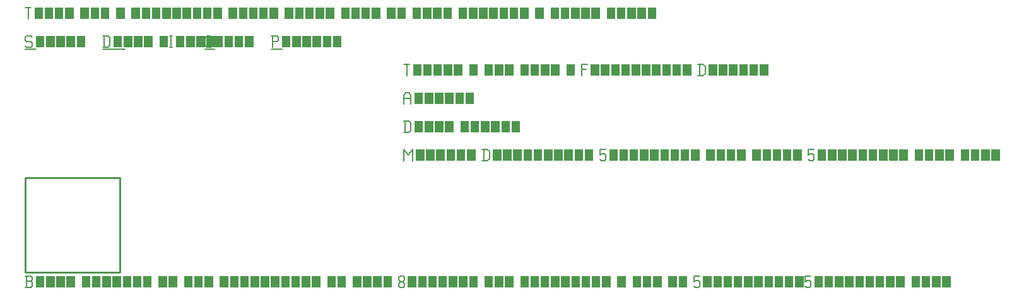
<source format=gbr>
G04 start of page 2 for group -1 layer_idx -1 *
G04 Title: a rat line, TODO:group_name *
G04 Creator: <version>
G04 CreationDate: <date>
G04 For:  *
G04 Format: Gerber/RS-274X *
G04 PCB-Dimensions: 50000 50000 *
G04 PCB-Coordinate-Origin: lower left *
%MOIN*%
%FSLAX25Y25*%
%LNFAB*%
%ADD13C,0.0100*%
%ADD12C,0.0001*%
%ADD11C,0.0060*%
G54D11*X3000Y125000D02*X3750Y124250D01*
X750Y125000D02*X3000D01*
X0Y124250D02*X750Y125000D01*
X0Y124250D02*Y122750D01*
X750Y122000D01*
X3000D01*
X3750Y121250D01*
Y119750D01*
X3000Y119000D02*X3750Y119750D01*
X750Y119000D02*X3000D01*
X0Y119750D02*X750Y119000D01*
G54D12*G36*
X5550Y125000D02*Y119000D01*
X10050D01*
Y125000D01*
X5550D01*
G37*
G36*
X10950D02*Y119000D01*
X15450D01*
Y125000D01*
X10950D01*
G37*
G36*
X16350D02*Y119000D01*
X20850D01*
Y125000D01*
X16350D01*
G37*
G36*
X21750D02*Y119000D01*
X26250D01*
Y125000D01*
X21750D01*
G37*
G36*
X27150D02*Y119000D01*
X31650D01*
Y125000D01*
X27150D01*
G37*
G54D11*X0Y118000D02*X5550D01*
X41750Y125000D02*Y119000D01*
X43700Y125000D02*X44750Y123950D01*
Y120050D01*
X43700Y119000D02*X44750Y120050D01*
X41000Y119000D02*X43700D01*
X41000Y125000D02*X43700D01*
G54D12*G36*
X46550D02*Y119000D01*
X51050D01*
Y125000D01*
X46550D01*
G37*
G36*
X51950D02*Y119000D01*
X56450D01*
Y125000D01*
X51950D01*
G37*
G36*
X57350D02*Y119000D01*
X61850D01*
Y125000D01*
X57350D01*
G37*
G36*
X62750D02*Y119000D01*
X67250D01*
Y125000D01*
X62750D01*
G37*
G36*
X70850D02*Y119000D01*
X75350D01*
Y125000D01*
X70850D01*
G37*
G54D11*X76250D02*X77750D01*
X77000D02*Y119000D01*
X76250D02*X77750D01*
G54D12*G36*
X79550Y125000D02*Y119000D01*
X84050D01*
Y125000D01*
X79550D01*
G37*
G36*
X84950D02*Y119000D01*
X89450D01*
Y125000D01*
X84950D01*
G37*
G36*
X90350D02*Y119000D01*
X94850D01*
Y125000D01*
X90350D01*
G37*
G36*
X95750D02*Y119000D01*
X100250D01*
Y125000D01*
X95750D01*
G37*
G54D11*X41000Y118000D02*X52550D01*
X96050Y119000D02*X98000D01*
X95000Y120050D02*X96050Y119000D01*
X95000Y123950D02*Y120050D01*
Y123950D02*X96050Y125000D01*
X98000D01*
G54D12*G36*
X99800D02*Y119000D01*
X104300D01*
Y125000D01*
X99800D01*
G37*
G36*
X105200D02*Y119000D01*
X109700D01*
Y125000D01*
X105200D01*
G37*
G36*
X110600D02*Y119000D01*
X115100D01*
Y125000D01*
X110600D01*
G37*
G36*
X116000D02*Y119000D01*
X120500D01*
Y125000D01*
X116000D01*
G37*
G54D11*X95000Y118000D02*X99800D01*
X130750Y125000D02*Y119000D01*
X130000Y125000D02*X133000D01*
X133750Y124250D01*
Y122750D01*
X133000Y122000D02*X133750Y122750D01*
X130750Y122000D02*X133000D01*
G54D12*G36*
X135550Y125000D02*Y119000D01*
X140050D01*
Y125000D01*
X135550D01*
G37*
G36*
X140950D02*Y119000D01*
X145450D01*
Y125000D01*
X140950D01*
G37*
G36*
X146350D02*Y119000D01*
X150850D01*
Y125000D01*
X146350D01*
G37*
G36*
X151750D02*Y119000D01*
X156250D01*
Y125000D01*
X151750D01*
G37*
G36*
X157150D02*Y119000D01*
X161650D01*
Y125000D01*
X157150D01*
G37*
G36*
X162550D02*Y119000D01*
X167050D01*
Y125000D01*
X162550D01*
G37*
G54D11*X130000Y118000D02*X135550D01*
X0Y140000D02*X3000D01*
X1500D02*Y134000D01*
G54D12*G36*
X4800Y140000D02*Y134000D01*
X9300D01*
Y140000D01*
X4800D01*
G37*
G36*
X10200D02*Y134000D01*
X14700D01*
Y140000D01*
X10200D01*
G37*
G36*
X15600D02*Y134000D01*
X20100D01*
Y140000D01*
X15600D01*
G37*
G36*
X21000D02*Y134000D01*
X25500D01*
Y140000D01*
X21000D01*
G37*
G36*
X29100D02*Y134000D01*
X33600D01*
Y140000D01*
X29100D01*
G37*
G36*
X34500D02*Y134000D01*
X39000D01*
Y140000D01*
X34500D01*
G37*
G36*
X39900D02*Y134000D01*
X44400D01*
Y140000D01*
X39900D01*
G37*
G36*
X48000D02*Y134000D01*
X52500D01*
Y140000D01*
X48000D01*
G37*
G36*
X56100D02*Y134000D01*
X60600D01*
Y140000D01*
X56100D01*
G37*
G36*
X61500D02*Y134000D01*
X66000D01*
Y140000D01*
X61500D01*
G37*
G36*
X66900D02*Y134000D01*
X71400D01*
Y140000D01*
X66900D01*
G37*
G36*
X72300D02*Y134000D01*
X76800D01*
Y140000D01*
X72300D01*
G37*
G36*
X77700D02*Y134000D01*
X82200D01*
Y140000D01*
X77700D01*
G37*
G36*
X83100D02*Y134000D01*
X87600D01*
Y140000D01*
X83100D01*
G37*
G36*
X88500D02*Y134000D01*
X93000D01*
Y140000D01*
X88500D01*
G37*
G36*
X93900D02*Y134000D01*
X98400D01*
Y140000D01*
X93900D01*
G37*
G36*
X99300D02*Y134000D01*
X103800D01*
Y140000D01*
X99300D01*
G37*
G36*
X107400D02*Y134000D01*
X111900D01*
Y140000D01*
X107400D01*
G37*
G36*
X112800D02*Y134000D01*
X117300D01*
Y140000D01*
X112800D01*
G37*
G36*
X118200D02*Y134000D01*
X122700D01*
Y140000D01*
X118200D01*
G37*
G36*
X123600D02*Y134000D01*
X128100D01*
Y140000D01*
X123600D01*
G37*
G36*
X129000D02*Y134000D01*
X133500D01*
Y140000D01*
X129000D01*
G37*
G36*
X137100D02*Y134000D01*
X141600D01*
Y140000D01*
X137100D01*
G37*
G36*
X142500D02*Y134000D01*
X147000D01*
Y140000D01*
X142500D01*
G37*
G36*
X147900D02*Y134000D01*
X152400D01*
Y140000D01*
X147900D01*
G37*
G36*
X153300D02*Y134000D01*
X157800D01*
Y140000D01*
X153300D01*
G37*
G36*
X158700D02*Y134000D01*
X163200D01*
Y140000D01*
X158700D01*
G37*
G36*
X166800D02*Y134000D01*
X171300D01*
Y140000D01*
X166800D01*
G37*
G36*
X172200D02*Y134000D01*
X176700D01*
Y140000D01*
X172200D01*
G37*
G36*
X177600D02*Y134000D01*
X182100D01*
Y140000D01*
X177600D01*
G37*
G36*
X183000D02*Y134000D01*
X187500D01*
Y140000D01*
X183000D01*
G37*
G36*
X191100D02*Y134000D01*
X195600D01*
Y140000D01*
X191100D01*
G37*
G36*
X196500D02*Y134000D01*
X201000D01*
Y140000D01*
X196500D01*
G37*
G36*
X204600D02*Y134000D01*
X209100D01*
Y140000D01*
X204600D01*
G37*
G36*
X210000D02*Y134000D01*
X214500D01*
Y140000D01*
X210000D01*
G37*
G36*
X215400D02*Y134000D01*
X219900D01*
Y140000D01*
X215400D01*
G37*
G36*
X220800D02*Y134000D01*
X225300D01*
Y140000D01*
X220800D01*
G37*
G36*
X228900D02*Y134000D01*
X233400D01*
Y140000D01*
X228900D01*
G37*
G36*
X234300D02*Y134000D01*
X238800D01*
Y140000D01*
X234300D01*
G37*
G36*
X239700D02*Y134000D01*
X244200D01*
Y140000D01*
X239700D01*
G37*
G36*
X245100D02*Y134000D01*
X249600D01*
Y140000D01*
X245100D01*
G37*
G36*
X250500D02*Y134000D01*
X255000D01*
Y140000D01*
X250500D01*
G37*
G36*
X255900D02*Y134000D01*
X260400D01*
Y140000D01*
X255900D01*
G37*
G36*
X261300D02*Y134000D01*
X265800D01*
Y140000D01*
X261300D01*
G37*
G36*
X269400D02*Y134000D01*
X273900D01*
Y140000D01*
X269400D01*
G37*
G36*
X277500D02*Y134000D01*
X282000D01*
Y140000D01*
X277500D01*
G37*
G36*
X282900D02*Y134000D01*
X287400D01*
Y140000D01*
X282900D01*
G37*
G36*
X288300D02*Y134000D01*
X292800D01*
Y140000D01*
X288300D01*
G37*
G36*
X293700D02*Y134000D01*
X298200D01*
Y140000D01*
X293700D01*
G37*
G36*
X299100D02*Y134000D01*
X303600D01*
Y140000D01*
X299100D01*
G37*
G36*
X307200D02*Y134000D01*
X311700D01*
Y140000D01*
X307200D01*
G37*
G36*
X312600D02*Y134000D01*
X317100D01*
Y140000D01*
X312600D01*
G37*
G36*
X318000D02*Y134000D01*
X322500D01*
Y140000D01*
X318000D01*
G37*
G36*
X323400D02*Y134000D01*
X327900D01*
Y140000D01*
X323400D01*
G37*
G36*
X328800D02*Y134000D01*
X333300D01*
Y140000D01*
X328800D01*
G37*
G54D13*X0Y50000D02*X50000D01*
X0D02*Y0D01*
X50000Y50000D02*Y0D01*
X0D02*X50000D01*
G54D11*X200000Y65000D02*Y59000D01*
Y65000D02*X202250Y62000D01*
X204500Y65000D01*
Y59000D01*
G54D12*G36*
X206300Y65000D02*Y59000D01*
X210800D01*
Y65000D01*
X206300D01*
G37*
G36*
X211700D02*Y59000D01*
X216200D01*
Y65000D01*
X211700D01*
G37*
G36*
X217100D02*Y59000D01*
X221600D01*
Y65000D01*
X217100D01*
G37*
G36*
X222500D02*Y59000D01*
X227000D01*
Y65000D01*
X222500D01*
G37*
G36*
X227900D02*Y59000D01*
X232400D01*
Y65000D01*
X227900D01*
G37*
G36*
X233300D02*Y59000D01*
X237800D01*
Y65000D01*
X233300D01*
G37*
G54D11*X242150D02*Y59000D01*
X244100Y65000D02*X245150Y63950D01*
Y60050D01*
X244100Y59000D02*X245150Y60050D01*
X241400Y59000D02*X244100D01*
X241400Y65000D02*X244100D01*
G54D12*G36*
X246950D02*Y59000D01*
X251450D01*
Y65000D01*
X246950D01*
G37*
G36*
X252350D02*Y59000D01*
X256850D01*
Y65000D01*
X252350D01*
G37*
G36*
X257750D02*Y59000D01*
X262250D01*
Y65000D01*
X257750D01*
G37*
G36*
X263150D02*Y59000D01*
X267650D01*
Y65000D01*
X263150D01*
G37*
G36*
X268550D02*Y59000D01*
X273050D01*
Y65000D01*
X268550D01*
G37*
G36*
X273950D02*Y59000D01*
X278450D01*
Y65000D01*
X273950D01*
G37*
G36*
X279350D02*Y59000D01*
X283850D01*
Y65000D01*
X279350D01*
G37*
G36*
X284750D02*Y59000D01*
X289250D01*
Y65000D01*
X284750D01*
G37*
G36*
X290150D02*Y59000D01*
X294650D01*
Y65000D01*
X290150D01*
G37*
G36*
X295550D02*Y59000D01*
X300050D01*
Y65000D01*
X295550D01*
G37*
G54D11*X303650D02*X306650D01*
X303650D02*Y62000D01*
X304400Y62750D01*
X305900D01*
X306650Y62000D01*
Y59750D01*
X305900Y59000D02*X306650Y59750D01*
X304400Y59000D02*X305900D01*
X303650Y59750D02*X304400Y59000D01*
G54D12*G36*
X308450Y65000D02*Y59000D01*
X312950D01*
Y65000D01*
X308450D01*
G37*
G36*
X313850D02*Y59000D01*
X318350D01*
Y65000D01*
X313850D01*
G37*
G36*
X319250D02*Y59000D01*
X323750D01*
Y65000D01*
X319250D01*
G37*
G36*
X324650D02*Y59000D01*
X329150D01*
Y65000D01*
X324650D01*
G37*
G36*
X330050D02*Y59000D01*
X334550D01*
Y65000D01*
X330050D01*
G37*
G36*
X335450D02*Y59000D01*
X339950D01*
Y65000D01*
X335450D01*
G37*
G36*
X340850D02*Y59000D01*
X345350D01*
Y65000D01*
X340850D01*
G37*
G36*
X346250D02*Y59000D01*
X350750D01*
Y65000D01*
X346250D01*
G37*
G36*
X351650D02*Y59000D01*
X356150D01*
Y65000D01*
X351650D01*
G37*
G36*
X359750D02*Y59000D01*
X364250D01*
Y65000D01*
X359750D01*
G37*
G36*
X365150D02*Y59000D01*
X369650D01*
Y65000D01*
X365150D01*
G37*
G36*
X370550D02*Y59000D01*
X375050D01*
Y65000D01*
X370550D01*
G37*
G36*
X375950D02*Y59000D01*
X380450D01*
Y65000D01*
X375950D01*
G37*
G36*
X384050D02*Y59000D01*
X388550D01*
Y65000D01*
X384050D01*
G37*
G36*
X389450D02*Y59000D01*
X393950D01*
Y65000D01*
X389450D01*
G37*
G36*
X394850D02*Y59000D01*
X399350D01*
Y65000D01*
X394850D01*
G37*
G36*
X400250D02*Y59000D01*
X404750D01*
Y65000D01*
X400250D01*
G37*
G36*
X405650D02*Y59000D01*
X410150D01*
Y65000D01*
X405650D01*
G37*
G54D11*X413750D02*X416750D01*
X413750D02*Y62000D01*
X414500Y62750D01*
X416000D01*
X416750Y62000D01*
Y59750D01*
X416000Y59000D02*X416750Y59750D01*
X414500Y59000D02*X416000D01*
X413750Y59750D02*X414500Y59000D01*
G54D12*G36*
X418550Y65000D02*Y59000D01*
X423050D01*
Y65000D01*
X418550D01*
G37*
G36*
X423950D02*Y59000D01*
X428450D01*
Y65000D01*
X423950D01*
G37*
G36*
X429350D02*Y59000D01*
X433850D01*
Y65000D01*
X429350D01*
G37*
G36*
X434750D02*Y59000D01*
X439250D01*
Y65000D01*
X434750D01*
G37*
G36*
X440150D02*Y59000D01*
X444650D01*
Y65000D01*
X440150D01*
G37*
G36*
X445550D02*Y59000D01*
X450050D01*
Y65000D01*
X445550D01*
G37*
G36*
X450950D02*Y59000D01*
X455450D01*
Y65000D01*
X450950D01*
G37*
G36*
X456350D02*Y59000D01*
X460850D01*
Y65000D01*
X456350D01*
G37*
G36*
X461750D02*Y59000D01*
X466250D01*
Y65000D01*
X461750D01*
G37*
G36*
X469850D02*Y59000D01*
X474350D01*
Y65000D01*
X469850D01*
G37*
G36*
X475250D02*Y59000D01*
X479750D01*
Y65000D01*
X475250D01*
G37*
G36*
X480650D02*Y59000D01*
X485150D01*
Y65000D01*
X480650D01*
G37*
G36*
X486050D02*Y59000D01*
X490550D01*
Y65000D01*
X486050D01*
G37*
G36*
X494150D02*Y59000D01*
X498650D01*
Y65000D01*
X494150D01*
G37*
G36*
X499550D02*Y59000D01*
X504050D01*
Y65000D01*
X499550D01*
G37*
G36*
X504950D02*Y59000D01*
X509450D01*
Y65000D01*
X504950D01*
G37*
G36*
X510350D02*Y59000D01*
X514850D01*
Y65000D01*
X510350D01*
G37*
G54D11*X0Y-8000D02*X3000D01*
X3750Y-7250D01*
Y-5450D02*Y-7250D01*
X3000Y-4700D02*X3750Y-5450D01*
X750Y-4700D02*X3000D01*
X750Y-2000D02*Y-8000D01*
X0Y-2000D02*X3000D01*
X3750Y-2750D01*
Y-3950D01*
X3000Y-4700D02*X3750Y-3950D01*
G54D12*G36*
X5550Y-2000D02*Y-8000D01*
X10050D01*
Y-2000D01*
X5550D01*
G37*
G36*
X10950D02*Y-8000D01*
X15450D01*
Y-2000D01*
X10950D01*
G37*
G36*
X16350D02*Y-8000D01*
X20850D01*
Y-2000D01*
X16350D01*
G37*
G36*
X21750D02*Y-8000D01*
X26250D01*
Y-2000D01*
X21750D01*
G37*
G36*
X29850D02*Y-8000D01*
X34350D01*
Y-2000D01*
X29850D01*
G37*
G36*
X35250D02*Y-8000D01*
X39750D01*
Y-2000D01*
X35250D01*
G37*
G36*
X40650D02*Y-8000D01*
X45150D01*
Y-2000D01*
X40650D01*
G37*
G36*
X46050D02*Y-8000D01*
X50550D01*
Y-2000D01*
X46050D01*
G37*
G36*
X51450D02*Y-8000D01*
X55950D01*
Y-2000D01*
X51450D01*
G37*
G36*
X56850D02*Y-8000D01*
X61350D01*
Y-2000D01*
X56850D01*
G37*
G36*
X62250D02*Y-8000D01*
X66750D01*
Y-2000D01*
X62250D01*
G37*
G36*
X70350D02*Y-8000D01*
X74850D01*
Y-2000D01*
X70350D01*
G37*
G36*
X75750D02*Y-8000D01*
X80250D01*
Y-2000D01*
X75750D01*
G37*
G36*
X83850D02*Y-8000D01*
X88350D01*
Y-2000D01*
X83850D01*
G37*
G36*
X89250D02*Y-8000D01*
X93750D01*
Y-2000D01*
X89250D01*
G37*
G36*
X94650D02*Y-8000D01*
X99150D01*
Y-2000D01*
X94650D01*
G37*
G36*
X102750D02*Y-8000D01*
X107250D01*
Y-2000D01*
X102750D01*
G37*
G36*
X108150D02*Y-8000D01*
X112650D01*
Y-2000D01*
X108150D01*
G37*
G36*
X113550D02*Y-8000D01*
X118050D01*
Y-2000D01*
X113550D01*
G37*
G36*
X118950D02*Y-8000D01*
X123450D01*
Y-2000D01*
X118950D01*
G37*
G36*
X124350D02*Y-8000D01*
X128850D01*
Y-2000D01*
X124350D01*
G37*
G36*
X129750D02*Y-8000D01*
X134250D01*
Y-2000D01*
X129750D01*
G37*
G36*
X135150D02*Y-8000D01*
X139650D01*
Y-2000D01*
X135150D01*
G37*
G36*
X140550D02*Y-8000D01*
X145050D01*
Y-2000D01*
X140550D01*
G37*
G36*
X145950D02*Y-8000D01*
X150450D01*
Y-2000D01*
X145950D01*
G37*
G36*
X151350D02*Y-8000D01*
X155850D01*
Y-2000D01*
X151350D01*
G37*
G36*
X159450D02*Y-8000D01*
X163950D01*
Y-2000D01*
X159450D01*
G37*
G36*
X164850D02*Y-8000D01*
X169350D01*
Y-2000D01*
X164850D01*
G37*
G36*
X172950D02*Y-8000D01*
X177450D01*
Y-2000D01*
X172950D01*
G37*
G36*
X178350D02*Y-8000D01*
X182850D01*
Y-2000D01*
X178350D01*
G37*
G36*
X183750D02*Y-8000D01*
X188250D01*
Y-2000D01*
X183750D01*
G37*
G36*
X189150D02*Y-8000D01*
X193650D01*
Y-2000D01*
X189150D01*
G37*
G54D11*X197250Y-7250D02*X198000Y-8000D01*
X197250Y-6050D02*Y-7250D01*
Y-6050D02*X198300Y-5000D01*
X199200D01*
X200250Y-6050D01*
Y-7250D01*
X199500Y-8000D02*X200250Y-7250D01*
X198000Y-8000D02*X199500D01*
X197250Y-3950D02*X198300Y-5000D01*
X197250Y-2750D02*Y-3950D01*
Y-2750D02*X198000Y-2000D01*
X199500D01*
X200250Y-2750D01*
Y-3950D01*
X199200Y-5000D02*X200250Y-3950D01*
G54D12*G36*
X202050Y-2000D02*Y-8000D01*
X206550D01*
Y-2000D01*
X202050D01*
G37*
G36*
X207450D02*Y-8000D01*
X211950D01*
Y-2000D01*
X207450D01*
G37*
G36*
X212850D02*Y-8000D01*
X217350D01*
Y-2000D01*
X212850D01*
G37*
G36*
X218250D02*Y-8000D01*
X222750D01*
Y-2000D01*
X218250D01*
G37*
G36*
X223650D02*Y-8000D01*
X228150D01*
Y-2000D01*
X223650D01*
G37*
G36*
X229050D02*Y-8000D01*
X233550D01*
Y-2000D01*
X229050D01*
G37*
G36*
X234450D02*Y-8000D01*
X238950D01*
Y-2000D01*
X234450D01*
G37*
G36*
X242550D02*Y-8000D01*
X247050D01*
Y-2000D01*
X242550D01*
G37*
G36*
X247950D02*Y-8000D01*
X252450D01*
Y-2000D01*
X247950D01*
G37*
G36*
X253350D02*Y-8000D01*
X257850D01*
Y-2000D01*
X253350D01*
G37*
G36*
X261450D02*Y-8000D01*
X265950D01*
Y-2000D01*
X261450D01*
G37*
G36*
X266850D02*Y-8000D01*
X271350D01*
Y-2000D01*
X266850D01*
G37*
G36*
X272250D02*Y-8000D01*
X276750D01*
Y-2000D01*
X272250D01*
G37*
G36*
X277650D02*Y-8000D01*
X282150D01*
Y-2000D01*
X277650D01*
G37*
G36*
X283050D02*Y-8000D01*
X287550D01*
Y-2000D01*
X283050D01*
G37*
G36*
X288450D02*Y-8000D01*
X292950D01*
Y-2000D01*
X288450D01*
G37*
G36*
X293850D02*Y-8000D01*
X298350D01*
Y-2000D01*
X293850D01*
G37*
G36*
X299250D02*Y-8000D01*
X303750D01*
Y-2000D01*
X299250D01*
G37*
G36*
X304650D02*Y-8000D01*
X309150D01*
Y-2000D01*
X304650D01*
G37*
G36*
X312750D02*Y-8000D01*
X317250D01*
Y-2000D01*
X312750D01*
G37*
G36*
X320850D02*Y-8000D01*
X325350D01*
Y-2000D01*
X320850D01*
G37*
G36*
X326250D02*Y-8000D01*
X330750D01*
Y-2000D01*
X326250D01*
G37*
G36*
X331650D02*Y-8000D01*
X336150D01*
Y-2000D01*
X331650D01*
G37*
G36*
X339750D02*Y-8000D01*
X344250D01*
Y-2000D01*
X339750D01*
G37*
G36*
X345150D02*Y-8000D01*
X349650D01*
Y-2000D01*
X345150D01*
G37*
G54D11*X353250D02*X356250D01*
X353250D02*Y-5000D01*
X354000Y-4250D01*
X355500D01*
X356250Y-5000D01*
Y-7250D01*
X355500Y-8000D02*X356250Y-7250D01*
X354000Y-8000D02*X355500D01*
X353250Y-7250D02*X354000Y-8000D01*
G54D12*G36*
X358050Y-2000D02*Y-8000D01*
X362550D01*
Y-2000D01*
X358050D01*
G37*
G36*
X363450D02*Y-8000D01*
X367950D01*
Y-2000D01*
X363450D01*
G37*
G36*
X368850D02*Y-8000D01*
X373350D01*
Y-2000D01*
X368850D01*
G37*
G36*
X374250D02*Y-8000D01*
X378750D01*
Y-2000D01*
X374250D01*
G37*
G36*
X379650D02*Y-8000D01*
X384150D01*
Y-2000D01*
X379650D01*
G37*
G36*
X385050D02*Y-8000D01*
X389550D01*
Y-2000D01*
X385050D01*
G37*
G36*
X390450D02*Y-8000D01*
X394950D01*
Y-2000D01*
X390450D01*
G37*
G36*
X395850D02*Y-8000D01*
X400350D01*
Y-2000D01*
X395850D01*
G37*
G36*
X401250D02*Y-8000D01*
X405750D01*
Y-2000D01*
X401250D01*
G37*
G36*
X406650D02*Y-8000D01*
X411150D01*
Y-2000D01*
X406650D01*
G37*
G54D11*X412050D02*X415050D01*
X412050D02*Y-5000D01*
X412800Y-4250D01*
X414300D01*
X415050Y-5000D01*
Y-7250D01*
X414300Y-8000D02*X415050Y-7250D01*
X412800Y-8000D02*X414300D01*
X412050Y-7250D02*X412800Y-8000D01*
G54D12*G36*
X416850Y-2000D02*Y-8000D01*
X421350D01*
Y-2000D01*
X416850D01*
G37*
G36*
X422250D02*Y-8000D01*
X426750D01*
Y-2000D01*
X422250D01*
G37*
G36*
X427650D02*Y-8000D01*
X432150D01*
Y-2000D01*
X427650D01*
G37*
G36*
X433050D02*Y-8000D01*
X437550D01*
Y-2000D01*
X433050D01*
G37*
G36*
X438450D02*Y-8000D01*
X442950D01*
Y-2000D01*
X438450D01*
G37*
G36*
X443850D02*Y-8000D01*
X448350D01*
Y-2000D01*
X443850D01*
G37*
G36*
X449250D02*Y-8000D01*
X453750D01*
Y-2000D01*
X449250D01*
G37*
G36*
X454650D02*Y-8000D01*
X459150D01*
Y-2000D01*
X454650D01*
G37*
G36*
X460050D02*Y-8000D01*
X464550D01*
Y-2000D01*
X460050D01*
G37*
G36*
X468150D02*Y-8000D01*
X472650D01*
Y-2000D01*
X468150D01*
G37*
G36*
X473550D02*Y-8000D01*
X478050D01*
Y-2000D01*
X473550D01*
G37*
G36*
X478950D02*Y-8000D01*
X483450D01*
Y-2000D01*
X478950D01*
G37*
G36*
X484350D02*Y-8000D01*
X488850D01*
Y-2000D01*
X484350D01*
G37*
G54D11*X200750Y80000D02*Y74000D01*
X202700Y80000D02*X203750Y78950D01*
Y75050D01*
X202700Y74000D02*X203750Y75050D01*
X200000Y74000D02*X202700D01*
X200000Y80000D02*X202700D01*
G54D12*G36*
X205550D02*Y74000D01*
X210050D01*
Y80000D01*
X205550D01*
G37*
G36*
X210950D02*Y74000D01*
X215450D01*
Y80000D01*
X210950D01*
G37*
G36*
X216350D02*Y74000D01*
X220850D01*
Y80000D01*
X216350D01*
G37*
G36*
X221750D02*Y74000D01*
X226250D01*
Y80000D01*
X221750D01*
G37*
G36*
X229850D02*Y74000D01*
X234350D01*
Y80000D01*
X229850D01*
G37*
G36*
X235250D02*Y74000D01*
X239750D01*
Y80000D01*
X235250D01*
G37*
G36*
X240650D02*Y74000D01*
X245150D01*
Y80000D01*
X240650D01*
G37*
G36*
X246050D02*Y74000D01*
X250550D01*
Y80000D01*
X246050D01*
G37*
G36*
X251450D02*Y74000D01*
X255950D01*
Y80000D01*
X251450D01*
G37*
G36*
X256850D02*Y74000D01*
X261350D01*
Y80000D01*
X256850D01*
G37*
G54D11*X200000Y93500D02*Y89000D01*
Y93500D02*X201050Y95000D01*
X202700D01*
X203750Y93500D01*
Y89000D01*
X200000Y92000D02*X203750D01*
G54D12*G36*
X205550Y95000D02*Y89000D01*
X210050D01*
Y95000D01*
X205550D01*
G37*
G36*
X210950D02*Y89000D01*
X215450D01*
Y95000D01*
X210950D01*
G37*
G36*
X216350D02*Y89000D01*
X220850D01*
Y95000D01*
X216350D01*
G37*
G36*
X221750D02*Y89000D01*
X226250D01*
Y95000D01*
X221750D01*
G37*
G36*
X227150D02*Y89000D01*
X231650D01*
Y95000D01*
X227150D01*
G37*
G36*
X232550D02*Y89000D01*
X237050D01*
Y95000D01*
X232550D01*
G37*
G54D11*X200000Y110000D02*X203000D01*
X201500D02*Y104000D01*
G54D12*G36*
X204800Y110000D02*Y104000D01*
X209300D01*
Y110000D01*
X204800D01*
G37*
G36*
X210200D02*Y104000D01*
X214700D01*
Y110000D01*
X210200D01*
G37*
G36*
X215600D02*Y104000D01*
X220100D01*
Y110000D01*
X215600D01*
G37*
G36*
X221000D02*Y104000D01*
X225500D01*
Y110000D01*
X221000D01*
G37*
G36*
X226400D02*Y104000D01*
X230900D01*
Y110000D01*
X226400D01*
G37*
G36*
X234500D02*Y104000D01*
X239000D01*
Y110000D01*
X234500D01*
G37*
G36*
X242600D02*Y104000D01*
X247100D01*
Y110000D01*
X242600D01*
G37*
G36*
X248000D02*Y104000D01*
X252500D01*
Y110000D01*
X248000D01*
G37*
G36*
X253400D02*Y104000D01*
X257900D01*
Y110000D01*
X253400D01*
G37*
G36*
X261500D02*Y104000D01*
X266000D01*
Y110000D01*
X261500D01*
G37*
G36*
X266900D02*Y104000D01*
X271400D01*
Y110000D01*
X266900D01*
G37*
G36*
X272300D02*Y104000D01*
X276800D01*
Y110000D01*
X272300D01*
G37*
G36*
X277700D02*Y104000D01*
X282200D01*
Y110000D01*
X277700D01*
G37*
G36*
X285800D02*Y104000D01*
X290300D01*
Y110000D01*
X285800D01*
G37*
G54D11*X293900D02*Y104000D01*
Y110000D02*X296900D01*
X293900Y107300D02*X296150D01*
G54D12*G36*
X298700Y110000D02*Y104000D01*
X303200D01*
Y110000D01*
X298700D01*
G37*
G36*
X304100D02*Y104000D01*
X308600D01*
Y110000D01*
X304100D01*
G37*
G36*
X309500D02*Y104000D01*
X314000D01*
Y110000D01*
X309500D01*
G37*
G36*
X314900D02*Y104000D01*
X319400D01*
Y110000D01*
X314900D01*
G37*
G36*
X320300D02*Y104000D01*
X324800D01*
Y110000D01*
X320300D01*
G37*
G36*
X325700D02*Y104000D01*
X330200D01*
Y110000D01*
X325700D01*
G37*
G36*
X331100D02*Y104000D01*
X335600D01*
Y110000D01*
X331100D01*
G37*
G36*
X336500D02*Y104000D01*
X341000D01*
Y110000D01*
X336500D01*
G37*
G36*
X341900D02*Y104000D01*
X346400D01*
Y110000D01*
X341900D01*
G37*
G36*
X347300D02*Y104000D01*
X351800D01*
Y110000D01*
X347300D01*
G37*
G54D11*X356150D02*Y104000D01*
X358100Y110000D02*X359150Y108950D01*
Y105050D01*
X358100Y104000D02*X359150Y105050D01*
X355400Y104000D02*X358100D01*
X355400Y110000D02*X358100D01*
G54D12*G36*
X360950D02*Y104000D01*
X365450D01*
Y110000D01*
X360950D01*
G37*
G36*
X366350D02*Y104000D01*
X370850D01*
Y110000D01*
X366350D01*
G37*
G36*
X371750D02*Y104000D01*
X376250D01*
Y110000D01*
X371750D01*
G37*
G36*
X377150D02*Y104000D01*
X381650D01*
Y110000D01*
X377150D01*
G37*
G36*
X382550D02*Y104000D01*
X387050D01*
Y110000D01*
X382550D01*
G37*
G36*
X387950D02*Y104000D01*
X392450D01*
Y110000D01*
X387950D01*
G37*
M02*

</source>
